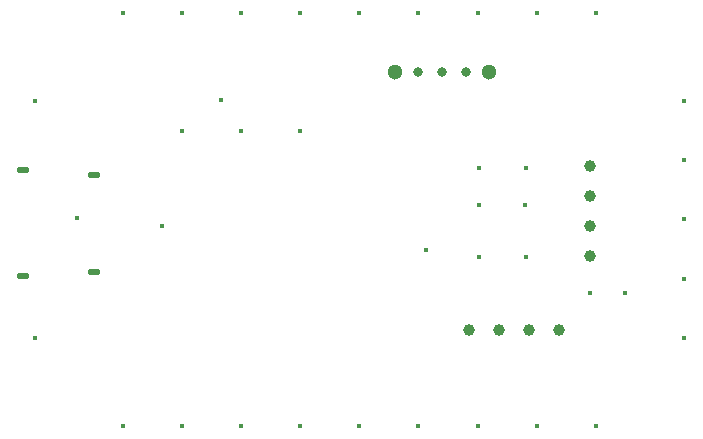
<source format=gbr>
%TF.GenerationSoftware,KiCad,Pcbnew,7.0.1*%
%TF.CreationDate,2023-09-30T16:00:17-04:00*%
%TF.ProjectId,usb_demonstrator,7573625f-6465-46d6-9f6e-73747261746f,rev?*%
%TF.SameCoordinates,Original*%
%TF.FileFunction,Plated,1,2,PTH,Mixed*%
%TF.FilePolarity,Positive*%
%FSLAX46Y46*%
G04 Gerber Fmt 4.6, Leading zero omitted, Abs format (unit mm)*
G04 Created by KiCad (PCBNEW 7.0.1) date 2023-09-30 16:00:17*
%MOMM*%
%LPD*%
G01*
G04 APERTURE LIST*
%TA.AperFunction,ViaDrill*%
%ADD10C,0.400000*%
%TD*%
G04 aperture for slot hole*
%TA.AperFunction,ComponentDrill*%
%ADD11O,1.100000X0.500000*%
%TD*%
%TA.AperFunction,ComponentDrill*%
%ADD12C,0.800000*%
%TD*%
%TA.AperFunction,ComponentDrill*%
%ADD13C,1.000000*%
%TD*%
%TA.AperFunction,ComponentDrill*%
%ADD14C,1.300000*%
%TD*%
G04 APERTURE END LIST*
D10*
X130000000Y-80000000D03*
X130000000Y-100000000D03*
X133590000Y-89900000D03*
X137500000Y-72500000D03*
X137500000Y-107500000D03*
X140820000Y-90580000D03*
X142500000Y-72500000D03*
X142500000Y-82500000D03*
X142500000Y-107500000D03*
X145800000Y-79900000D03*
X147500000Y-72500000D03*
X147500000Y-82500000D03*
X147500000Y-107500000D03*
X152500000Y-72500000D03*
X152500000Y-82500000D03*
X152500000Y-107500000D03*
X157500000Y-72500000D03*
X157500000Y-107500000D03*
X162500000Y-72500000D03*
X162500000Y-107500000D03*
X163100000Y-92600000D03*
X167500000Y-72500000D03*
X167500000Y-107500000D03*
X167600000Y-85600000D03*
X167600000Y-88800000D03*
X167600000Y-93200000D03*
X171500000Y-88800000D03*
X171600000Y-85600000D03*
X171600000Y-93200000D03*
X172500000Y-72500000D03*
X172500000Y-107500000D03*
X177000000Y-96200000D03*
X177500000Y-72500000D03*
X177500000Y-107500000D03*
X180000000Y-96200000D03*
X185000000Y-80000000D03*
X185000000Y-85000000D03*
X185000000Y-90000000D03*
X185000000Y-95000000D03*
X185000000Y-100000000D03*
D11*
%TO.C,J3*%
X129040000Y-85840000D03*
X129040000Y-94820000D03*
X134990000Y-86200000D03*
X134990000Y-94460000D03*
D12*
%TO.C,SW2*%
X162500000Y-77500000D03*
X164500000Y-77500000D03*
X166500000Y-77500000D03*
D13*
%TO.C,J2*%
X166820000Y-99315000D03*
X169360000Y-99315000D03*
X171900000Y-99315000D03*
X174440000Y-99315000D03*
%TO.C,J1*%
X177000000Y-85460000D03*
X177000000Y-88000000D03*
X177000000Y-90540000D03*
X177000000Y-93080000D03*
D14*
%TO.C,SW2*%
X160500000Y-77500000D03*
X168500000Y-77500000D03*
M02*

</source>
